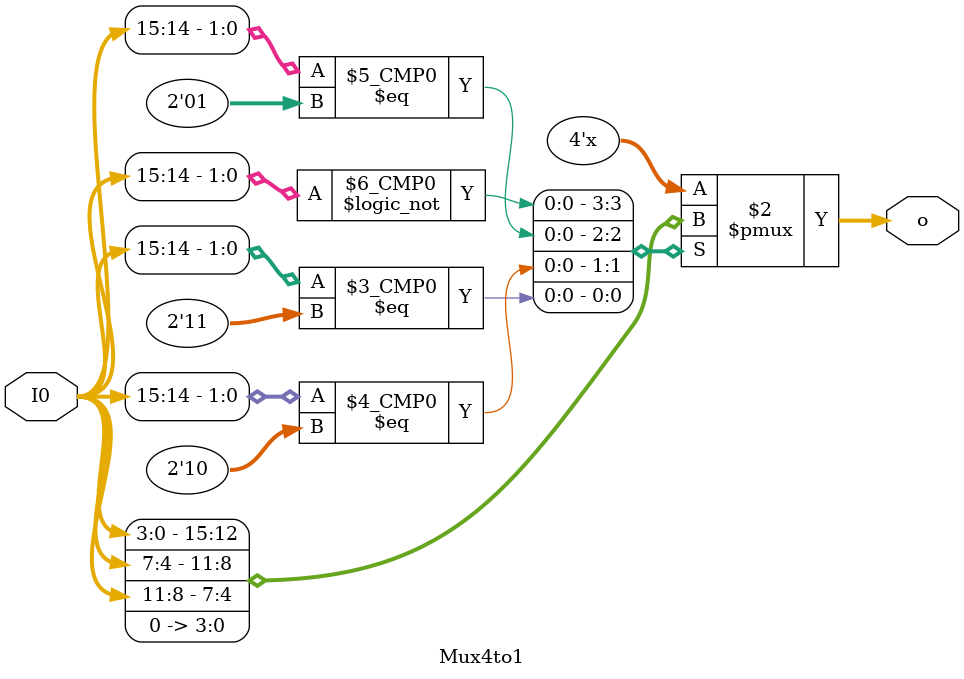
<source format=v>
`timescale 1ns / 1ps

module Mux4to1(
    input [15:0]I0,
    output reg[3:0]o
    );
    always @(*) begin
        case(I0[15:14])
            2'b00: o = I0[3:0];
            2'b01: o = I0[7:4];
            2'b10: o = I0[11:8];
            2'b11: o = 0;
        endcase
    end
endmodule

</source>
